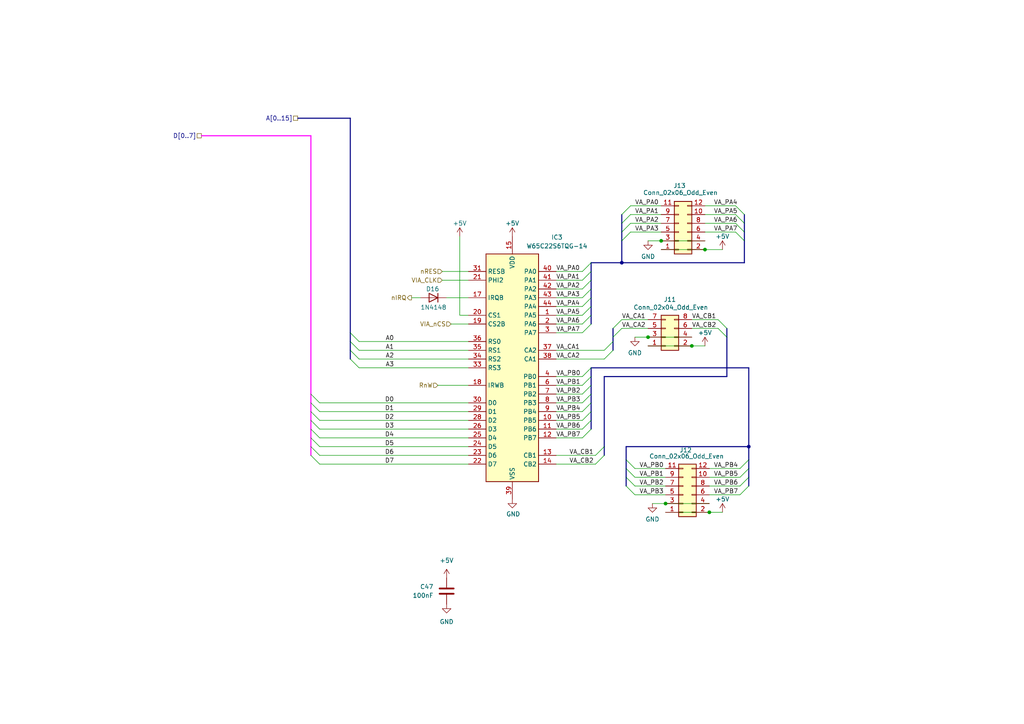
<source format=kicad_sch>
(kicad_sch (version 20250114) (generator "eeschema") (generator_version "9.0")
  (paper "A4")
  (lib_symbols
    (symbol "Connector_Generic:Conn_02x04_Odd_Even" (pin_names (offset 1.016) (hide yes))
      (property "Reference" "J" (at 1.27 5.08 0))
      (property "Value" "Conn_02x04_Odd_Even" (at 1.27 -7.62 0))
      (symbol "Conn_02x04_Odd_Even_1_1"
        (rectangle (start -1.27 3.81) (end 3.81 -6.35) (stroke (width 0.254)) (fill (type background)))
        (rectangle (start -1.27 2.667) (end 0 2.413) (stroke (width 0.1524)))
        (rectangle (start -1.27 0.127) (end 0 -0.127) (stroke (width 0.1524)))
        (rectangle (start -1.27 -2.413) (end 0 -2.667) (stroke (width 0.1524)))
        (rectangle (start -1.27 -4.953) (end 0 -5.207) (stroke (width 0.1524)))
        (rectangle (start 3.81 2.667) (end 2.54 2.413) (stroke (width 0.1524)))
        (rectangle (start 3.81 0.127) (end 2.54 -0.127) (stroke (width 0.1524)))
        (rectangle (start 3.81 -2.413) (end 2.54 -2.667) (stroke (width 0.1524)))
        (rectangle (start 3.81 -4.953) (end 2.54 -5.207) (stroke (width 0.1524)))
        (pin passive line (at -5.08 2.54 0) (length 3.81) (name "Pin_1") (number "1"))
        (pin passive line (at -5.08 0 0) (length 3.81) (name "Pin_3") (number "3"))
        (pin passive line (at -5.08 -2.54 0) (length 3.81) (name "Pin_5") (number "5"))
        (pin passive line (at -5.08 -5.08 0) (length 3.81) (name "Pin_7") (number "7"))
        (pin passive line (at 7.62 2.54 180) (length 3.81) (name "Pin_2") (number "2"))
        (pin passive line (at 7.62 0 180) (length 3.81) (name "Pin_4") (number "4"))
        (pin passive line (at 7.62 -2.54 180) (length 3.81) (name "Pin_6") (number "6"))
        (pin passive line (at 7.62 -5.08 180) (length 3.81) (name "Pin_8") (number "8"))
      )
    )
    (symbol "Connector_Generic:Conn_02x06_Odd_Even" (pin_names (offset 1.016) (hide yes))
      (property "Reference" "J" (at 1.27 7.62 0))
      (property "Value" "Conn_02x06_Odd_Even" (at 1.27 -10.16 0))
      (symbol "Conn_02x06_Odd_Even_1_1"
        (rectangle (start -1.27 6.35) (end 3.81 -8.89) (stroke (width 0.254)) (fill (type background)))
        (rectangle (start -1.27 5.207) (end 0 4.953) (stroke (width 0.1524)))
        (rectangle (start -1.27 2.667) (end 0 2.413) (stroke (width 0.1524)))
        (rectangle (start -1.27 0.127) (end 0 -0.127) (stroke (width 0.1524)))
        (rectangle (start -1.27 -2.413) (end 0 -2.667) (stroke (width 0.1524)))
        (rectangle (start -1.27 -4.953) (end 0 -5.207) (stroke (width 0.1524)))
        (rectangle (start -1.27 -7.493) (end 0 -7.747) (stroke (width 0.1524)))
        (rectangle (start 3.81 5.207) (end 2.54 4.953) (stroke (width 0.1524)))
        (rectangle (start 3.81 2.667) (end 2.54 2.413) (stroke (width 0.1524)))
        (rectangle (start 3.81 0.127) (end 2.54 -0.127) (stroke (width 0.1524)))
        (rectangle (start 3.81 -2.413) (end 2.54 -2.667) (stroke (width 0.1524)))
        (rectangle (start 3.81 -4.953) (end 2.54 -5.207) (stroke (width 0.1524)))
        (rectangle (start 3.81 -7.493) (end 2.54 -7.747) (stroke (width 0.1524)))
        (pin passive line (at -5.08 5.08 0) (length 3.81) (name "Pin_1") (number "1"))
        (pin passive line (at -5.08 2.54 0) (length 3.81) (name "Pin_3") (number "3"))
        (pin passive line (at -5.08 0 0) (length 3.81) (name "Pin_5") (number "5"))
        (pin passive line (at -5.08 -2.54 0) (length 3.81) (name "Pin_7") (number "7"))
        (pin passive line (at -5.08 -5.08 0) (length 3.81) (name "Pin_9") (number "9"))
        (pin passive line (at -5.08 -7.62 0) (length 3.81) (name "Pin_11") (number "11"))
        (pin passive line (at 7.62 5.08 180) (length 3.81) (name "Pin_2") (number "2"))
        (pin passive line (at 7.62 2.54 180) (length 3.81) (name "Pin_4") (number "4"))
        (pin passive line (at 7.62 0 180) (length 3.81) (name "Pin_6") (number "6"))
        (pin passive line (at 7.62 -2.54 180) (length 3.81) (name "Pin_8") (number "8"))
        (pin passive line (at 7.62 -5.08 180) (length 3.81) (name "Pin_10") (number "10"))
        (pin passive line (at 7.62 -7.62 180) (length 3.81) (name "Pin_12") (number "12"))
      )
    )
    (symbol "Device:C" (pin_numbers (hide yes)) (pin_names (offset 0.254))
      (property "Reference" "C" (at 0.635 2.54 0))
      (property "Value" "C" (at 0.635 -2.54 0))
      (symbol "C_0_1"
        (polyline (pts (xy -2.032 0.762) (xy 2.032 0.762)) (stroke (width 0.508)))
        (polyline (pts (xy -2.032 -0.762) (xy 2.032 -0.762)) (stroke (width 0.508)))
      )
      (symbol "C_1_1"
        (pin passive line (at 0 3.81 270) (length 2.794) (name "~") (number "1"))
        (pin passive line (at 0 -3.81 90) (length 2.794) (name "~") (number "2"))
      )
    )
    (symbol "Diode:1N4148" (pin_numbers (hide yes)) (pin_names (hide yes))
      (property "Reference" "D" (at 0 2.54 0))
      (property "Value" "1N4148" (at 0 -2.54 0))
      (symbol "1N4148_0_1"
        (polyline (pts (xy -1.27 1.27) (xy -1.27 -1.27)) (stroke (width 0.254)))
        (polyline (pts (xy 1.27 1.27) (xy 1.27 -1.27) (xy -1.27 0) (xy 1.27 1.27)) (stroke (width 0.254)))
        (polyline (pts (xy 1.27 0) (xy -1.27 0)))
      )
      (symbol "1N4148_1_1"
        (pin passive line (at -3.81 0 0) (length 2.54) (name "K") (number "1"))
        (pin passive line (at 3.81 0 180) (length 2.54) (name "A") (number "2"))
      )
    )
    (symbol "W65C22S6TQG-14:W65C22S6TQG-14"
      (property "Reference" "IC3" (at 12.954 37.846 0))
      (property "Value" "W65C22S6TQG-14" (at 12.954 35.306 0))
      (symbol "W65C22S6TQG-14_0_1"
        (rectangle (start -7.62 33.02) (end 7.62 -33.02) (stroke (width 0.254)) (fill (type background)))
      )
      (symbol "W65C22S6TQG-14_1_1"
        (pin passive line (at -12.7 27.94 0) (length 5.08) (name "RESB") (number "31"))
        (pin passive line (at -12.7 25.4 0) (length 5.08) (name "PHI2") (number "21"))
        (pin passive line (at -12.7 20.32 0) (length 5.08) (name "IRQB") (number "17"))
        (pin passive line (at -12.7 15.24 0) (length 5.08) (name "CS1") (number "20"))
        (pin passive line (at -12.7 12.7 0) (length 5.08) (name "CS2B") (number "19"))
        (pin passive line (at -12.7 7.62 0) (length 5.08) (name "RS0") (number "36"))
        (pin passive line (at -12.7 5.08 0) (length 5.08) (name "RS1") (number "35"))
        (pin passive line (at -12.7 2.54 0) (length 5.08) (name "RS2") (number "34"))
        (pin passive line (at -12.7 0 0) (length 5.08) (name "RS3") (number "33"))
        (pin passive line (at -12.7 -5.08 0) (length 5.08) (name "IRWB") (number "18"))
        (pin passive line (at -12.7 -10.16 0) (length 5.08) (name "D0") (number "30"))
        (pin passive line (at -12.7 -12.7 0) (length 5.08) (name "D1") (number "29"))
        (pin passive line (at -12.7 -15.24 0) (length 5.08) (name "D2") (number "28"))
        (pin passive line (at -12.7 -17.78 0) (length 5.08) (name "D3") (number "26"))
        (pin passive line (at -12.7 -20.32 0) (length 5.08) (name "D4") (number "25"))
        (pin passive line (at -12.7 -22.86 0) (length 5.08) (name "D5") (number "24"))
        (pin passive line (at -12.7 -25.4 0) (length 5.08) (name "D6") (number "23"))
        (pin passive line (at -12.7 -27.94 0) (length 5.08) (name "D7") (number "22"))
        (pin passive line (at -2.54 38.1 270) (length 5.08) (hide yes) (name "NC_1") (number "5"))
        (pin passive line (at -2.54 -38.1 90) (length 5.08) (hide yes) (name "NC_2") (number "16"))
        (pin passive line (at 0 38.1 270) (length 5.08) (name "VDD") (number "15"))
        (pin passive line (at 0 -38.1 90) (length 5.08) (name "VSS") (number "39"))
        (pin passive line (at 2.54 38.1 270) (length 5.08) (hide yes) (name "NC_3") (number "27"))
        (pin passive line (at 2.54 -38.1 90) (length 5.08) (hide yes) (name "NC_4") (number "32"))
        (pin passive line (at 12.7 27.94 180) (length 5.08) (name "PA0") (number "40"))
        (pin passive line (at 12.7 25.4 180) (length 5.08) (name "PA1") (number "41"))
        (pin passive line (at 12.7 22.86 180) (length 5.08) (name "PA2") (number "42"))
        (pin passive line (at 12.7 20.32 180) (length 5.08) (name "PA3") (number "43"))
        (pin passive line (at 12.7 17.78 180) (length 5.08) (name "PA4") (number "44"))
        (pin passive line (at 12.7 15.24 180) (length 5.08) (name "PA5") (number "1"))
        (pin passive line (at 12.7 12.7 180) (length 5.08) (name "PA6") (number "2"))
        (pin passive line (at 12.7 10.16 180) (length 5.08) (name "PA7") (number "3"))
        (pin passive line (at 12.7 5.08 180) (length 5.08) (name "CA2") (number "37"))
        (pin passive line (at 12.7 2.54 180) (length 5.08) (name "CA1") (number "38"))
        (pin passive line (at 12.7 -2.54 180) (length 5.08) (name "PB0") (number "4"))
        (pin passive line (at 12.7 -5.08 180) (length 5.08) (name "PB1") (number "6"))
        (pin passive line (at 12.7 -7.62 180) (length 5.08) (name "PB2") (number "7"))
        (pin passive line (at 12.7 -10.16 180) (length 5.08) (name "PB3") (number "8"))
        (pin passive line (at 12.7 -12.7 180) (length 5.08) (name "PB4") (number "9"))
        (pin passive line (at 12.7 -15.24 180) (length 5.08) (name "PB5") (number "10"))
        (pin passive line (at 12.7 -17.78 180) (length 5.08) (name "PB6") (number "11"))
        (pin passive line (at 12.7 -20.32 180) (length 5.08) (name "PB7") (number "12"))
        (pin passive line (at 12.7 -25.4 180) (length 5.08) (name "CB1") (number "13"))
        (pin passive line (at 12.7 -27.94 180) (length 5.08) (name "CB2") (number "14"))
      )
    )
    (symbol "power:+5V" (power) (pin_names (offset 0))
      (property "Value" "+5V" (at 0 3.556 0))
      (symbol "+5V_0_1"
        (polyline (pts (xy -0.762 1.27) (xy 0 2.54)))
        (polyline (pts (xy 0 2.54) (xy 0.762 1.27)))
        (polyline (pts (xy 0 0) (xy 0 2.54)))
      )
      (symbol "+5V_1_1"
        (pin power_in line (at 0 0 90) (length 0) (hide yes) (name "+5V") (number "1"))
      )
    )
    (symbol "power:GND" (power) (pin_names (offset 0))
      (property "Value" "GND" (at 0 -3.81 0))
      (symbol "GND_0_1"
        (polyline (pts (xy 0 0) (xy 0 -1.27) (xy 1.27 -1.27) (xy 0 -2.54) (xy -1.27 -1.27) (xy 0 -1.27)))
      )
      (symbol "GND_1_1"
        (pin power_in line (at 0 0 270) (length 0) (hide yes) (name "GND") (number "1"))
      )
    )
  )
  (junction (at 205.74 148.59))
  (junction (at 193.04 146.05))
  (junction (at 200.66 100.33))
  (junction (at 187.96 97.79))
  (junction (at 191.77 69.85))
  (junction (at 180.34 76.2))
  (junction (at 217.17 129.54))
  (junction (at 204.47 72.39))
  (bus_entry (at 214.63 138.43) (size 2.54 -2.54))
  (bus_entry (at 171.45 109.22) (size -2.54 2.54))
  (bus_entry (at 168.91 78.74) (size 2.54 -2.54))
  (bus_entry (at 184.15 138.43) (size -2.54 -2.54))
  (bus_entry (at 217.17 140.97) (size -2.54 2.54))
  (bus_entry (at 177.8 95.25) (size 2.54 -2.54))
  (bus_entry (at 92.71 116.84) (size -2.54 -2.54))
  (bus_entry (at 104.14 101.6) (size -2.54 -2.54))
  (bus_entry (at 171.45 106.68) (size -2.54 2.54))
  (bus_entry (at 168.91 96.52) (size 2.54 -2.54))
  (bus_entry (at 184.15 143.51) (size -2.54 -2.54))
  (bus_entry (at 180.34 64.77) (size 2.54 -2.54))
  (bus_entry (at 171.45 121.92) (size -2.54 2.54))
  (bus_entry (at 168.91 86.36) (size 2.54 -2.54))
  (bus_entry (at 180.34 69.85) (size 2.54 -2.54))
  (bus_entry (at 168.91 91.44) (size 2.54 -2.54))
  (bus_entry (at 210.82 95.25) (size -2.54 -2.54))
  (bus_entry (at 215.9 64.77) (size -2.54 -2.54))
  (bus_entry (at 210.82 97.79) (size -2.54 -2.54))
  (bus_entry (at 171.45 119.38) (size -2.54 2.54))
  (bus_entry (at 171.45 111.76) (size -2.54 2.54))
  (bus_entry (at 175.26 132.08) (size -2.54 2.54))
  (bus_entry (at 92.71 124.46) (size -2.54 -2.54))
  (bus_entry (at 104.14 99.06) (size -2.54 -2.54))
  (bus_entry (at 92.71 132.08) (size -2.54 -2.54))
  (bus_entry (at 171.45 114.3) (size -2.54 2.54))
  (bus_entry (at 177.8 99.06) (size -2.54 2.54))
  (bus_entry (at 168.91 88.9) (size 2.54 -2.54))
  (bus_entry (at 214.63 135.89) (size 2.54 -2.54))
  (bus_entry (at 180.34 67.31) (size 2.54 -2.54))
  (bus_entry (at 168.91 81.28) (size 2.54 -2.54))
  (bus_entry (at 177.8 101.6) (size -2.54 2.54))
  (bus_entry (at 180.34 62.23) (size 2.54 -2.54))
  (bus_entry (at 213.36 67.31) (size 2.54 2.54))
  (bus_entry (at 171.45 116.84) (size -2.54 2.54))
  (bus_entry (at 175.26 129.54) (size -2.54 2.54))
  (bus_entry (at 168.91 83.82) (size 2.54 -2.54))
  (bus_entry (at 104.14 104.14) (size -2.54 -2.54))
  (bus_entry (at 92.71 121.92) (size -2.54 -2.54))
  (bus_entry (at 177.8 97.79) (size 2.54 -2.54))
  (bus_entry (at 184.15 140.97) (size -2.54 -2.54))
  (bus_entry (at 215.9 67.31) (size -2.54 -2.54))
  (bus_entry (at 184.15 135.89) (size -2.54 -2.54))
  (bus_entry (at 92.71 127) (size -2.54 -2.54))
  (bus_entry (at 214.63 140.97) (size 2.54 -2.54))
  (bus_entry (at 104.14 106.68) (size -2.54 -2.54))
  (bus_entry (at 171.45 124.46) (size -2.54 2.54))
  (bus_entry (at 92.71 134.62) (size -2.54 -2.54))
  (bus_entry (at 92.71 129.54) (size -2.54 -2.54))
  (bus_entry (at 92.71 119.38) (size -2.54 -2.54))
  (bus_entry (at 168.91 93.98) (size 2.54 -2.54))
  (bus_entry (at 215.9 62.23) (size -2.54 -2.54))
  (wire (pts (xy 127 111.76) (xy 135.89 111.76)))
  (wire (pts (xy 161.29 83.82) (xy 168.91 83.82)))
  (bus (pts (xy 101.6 104.14) (xy 101.6 101.6)))
  (wire (pts (xy 191.77 69.85) (xy 204.47 69.85)))
  (wire (pts (xy 104.14 99.06) (xy 135.89 99.06)))
  (wire (pts (xy 133.35 91.44) (xy 133.35 68.58)))
  (wire (pts (xy 161.29 96.52) (xy 168.91 96.52)))
  (bus (pts (xy 171.45 109.22) (xy 171.45 106.68)))
  (bus (pts (xy 101.6 96.52) (xy 101.6 34.29)))
  (bus (pts (xy 86.36 34.29) (xy 101.6 34.29)))
  (wire (pts (xy 200.66 92.71) (xy 208.28 92.71)))
  (wire (pts (xy 205.74 138.43) (xy 214.63 138.43)))
  (bus (pts (xy 181.61 129.54) (xy 181.61 133.35)))
  (bus (pts (xy 180.34 62.23) (xy 180.34 64.77)))
  (wire (pts (xy 182.88 64.77) (xy 191.77 64.77)))
  (bus (pts (xy 171.45 78.74) (xy 171.45 76.2)))
  (bus (pts (xy 90.17 127) (xy 90.17 129.54)) (stroke (width 0) (color 255 0 255 1)))
  (wire (pts (xy 184.15 97.79) (xy 187.96 97.79)))
  (wire (pts (xy 204.47 72.39) (xy 209.55 72.39)))
  (wire (pts (xy 92.71 116.84) (xy 135.89 116.84)))
  (bus (pts (xy 210.82 97.79) (xy 210.82 109.22)))
  (wire (pts (xy 205.74 143.51) (xy 214.63 143.51)))
  (wire (pts (xy 104.14 106.68) (xy 135.89 106.68)))
  (bus (pts (xy 215.9 69.85) (xy 215.9 76.2)))
  (wire (pts (xy 204.47 59.69) (xy 213.36 59.69)))
  (wire (pts (xy 92.71 124.46) (xy 135.89 124.46)))
  (bus (pts (xy 180.34 67.31) (xy 180.34 69.85)))
  (wire (pts (xy 161.29 121.92) (xy 168.91 121.92)))
  (bus (pts (xy 171.45 106.68) (xy 217.17 106.68)))
  (bus (pts (xy 171.45 111.76) (xy 171.45 109.22)))
  (bus (pts (xy 90.17 114.3) (xy 90.17 116.84)) (stroke (width 0) (color 255 0 255 1)))
  (wire (pts (xy 189.23 146.05) (xy 193.04 146.05)))
  (wire (pts (xy 180.34 92.71) (xy 187.96 92.71)))
  (wire (pts (xy 182.88 67.31) (xy 191.77 67.31)))
  (bus (pts (xy 177.8 97.79) (xy 177.8 99.06)))
  (wire (pts (xy 161.29 127) (xy 168.91 127)))
  (wire (pts (xy 161.29 93.98) (xy 168.91 93.98)))
  (bus (pts (xy 217.17 106.68) (xy 217.17 129.54)))
  (bus (pts (xy 217.17 138.43) (xy 217.17 140.97)))
  (bus (pts (xy 175.26 109.22) (xy 210.82 109.22)))
  (wire (pts (xy 184.15 143.51) (xy 193.04 143.51)))
  (bus (pts (xy 90.17 114.3) (xy 90.17 39.37)) (stroke (width 0) (color 255 0 255 1)))
  (wire (pts (xy 161.29 104.14) (xy 175.26 104.14)))
  (bus (pts (xy 217.17 133.35) (xy 217.17 135.89)))
  (bus (pts (xy 181.61 129.54) (xy 217.17 129.54)))
  (wire (pts (xy 193.04 148.59) (xy 205.74 148.59)))
  (wire (pts (xy 187.96 69.85) (xy 191.77 69.85)))
  (wire (pts (xy 161.29 101.6) (xy 175.26 101.6)))
  (bus (pts (xy 215.9 62.23) (xy 215.9 64.77)))
  (bus (pts (xy 180.34 69.85) (xy 180.34 76.2)))
  (wire (pts (xy 204.47 64.77) (xy 213.36 64.77)))
  (wire (pts (xy 133.35 91.44) (xy 135.89 91.44)))
  (wire (pts (xy 191.77 72.39) (xy 204.47 72.39)))
  (bus (pts (xy 90.17 121.92) (xy 90.17 124.46)) (stroke (width 0) (color 255 0 255 1)))
  (wire (pts (xy 161.29 111.76) (xy 168.91 111.76)))
  (wire (pts (xy 200.66 95.25) (xy 208.28 95.25)))
  (bus (pts (xy 180.34 64.77) (xy 180.34 67.31)))
  (wire (pts (xy 92.71 119.38) (xy 135.89 119.38)))
  (wire (pts (xy 184.15 135.89) (xy 193.04 135.89)))
  (wire (pts (xy 180.34 95.25) (xy 187.96 95.25)))
  (bus (pts (xy 181.61 133.35) (xy 181.61 135.89)))
  (bus (pts (xy 171.45 114.3) (xy 171.45 111.76)))
  (wire (pts (xy 161.29 91.44) (xy 168.91 91.44)))
  (bus (pts (xy 90.17 119.38) (xy 90.17 121.92)) (stroke (width 0) (color 255 0 255 1)))
  (wire (pts (xy 92.71 129.54) (xy 135.89 129.54)))
  (wire (pts (xy 161.29 116.84) (xy 168.91 116.84)))
  (wire (pts (xy 182.88 59.69) (xy 191.77 59.69)))
  (wire (pts (xy 161.29 81.28) (xy 168.91 81.28)))
  (wire (pts (xy 161.29 78.74) (xy 168.91 78.74)))
  (wire (pts (xy 104.14 101.6) (xy 135.89 101.6)))
  (bus (pts (xy 171.45 88.9) (xy 171.45 86.36)))
  (bus (pts (xy 171.45 76.2) (xy 180.34 76.2)))
  (bus (pts (xy 171.45 81.28) (xy 171.45 78.74)))
  (bus (pts (xy 171.45 121.92) (xy 171.45 119.38)))
  (wire (pts (xy 161.29 109.22) (xy 168.91 109.22)))
  (wire (pts (xy 184.15 140.97) (xy 193.04 140.97)))
  (bus (pts (xy 171.45 91.44) (xy 171.45 88.9)))
  (wire (pts (xy 104.14 104.14) (xy 135.89 104.14)))
  (wire (pts (xy 129.54 86.36) (xy 135.89 86.36)))
  (wire (pts (xy 205.74 140.97) (xy 214.63 140.97)))
  (wire (pts (xy 128.27 78.74) (xy 135.89 78.74)))
  (bus (pts (xy 171.45 119.38) (xy 171.45 116.84)))
  (bus (pts (xy 210.82 95.25) (xy 210.82 97.79)))
  (bus (pts (xy 180.34 76.2) (xy 215.9 76.2)))
  (bus (pts (xy 181.61 138.43) (xy 181.61 140.97)))
  (bus (pts (xy 171.45 116.84) (xy 171.45 114.3)))
  (wire (pts (xy 92.71 132.08) (xy 135.89 132.08)))
  (wire (pts (xy 182.88 62.23) (xy 191.77 62.23)))
  (bus (pts (xy 171.45 93.98) (xy 171.45 91.44)))
  (bus (pts (xy 58.42 39.37) (xy 90.17 39.37)) (stroke (width 0) (color 255 0 255 1)))
  (bus (pts (xy 175.26 129.54) (xy 175.26 109.22)))
  (bus (pts (xy 90.17 116.84) (xy 90.17 119.38)) (stroke (width 0) (color 255 0 255 1)))
  (bus (pts (xy 90.17 124.46) (xy 90.17 127)) (stroke (width 0) (color 255 0 255 1)))
  (bus (pts (xy 171.45 83.82) (xy 171.45 81.28)))
  (wire (pts (xy 161.29 134.62) (xy 172.72 134.62)))
  (bus (pts (xy 101.6 99.06) (xy 101.6 96.52)))
  (bus (pts (xy 177.8 99.06) (xy 177.8 101.6)))
  (wire (pts (xy 161.29 132.08) (xy 172.72 132.08)))
  (wire (pts (xy 161.29 124.46) (xy 168.91 124.46)))
  (bus (pts (xy 101.6 101.6) (xy 101.6 99.06)))
  (wire (pts (xy 184.15 138.43) (xy 193.04 138.43)))
  (wire (pts (xy 119.38 86.36) (xy 121.92 86.36)))
  (bus (pts (xy 217.17 135.89) (xy 217.17 138.43)))
  (bus (pts (xy 177.8 95.25) (xy 177.8 97.79)))
  (wire (pts (xy 92.71 121.92) (xy 135.89 121.92)))
  (bus (pts (xy 181.61 135.89) (xy 181.61 138.43)))
  (wire (pts (xy 193.04 146.05) (xy 205.74 146.05)))
  (bus (pts (xy 215.9 64.77) (xy 215.9 67.31)))
  (bus (pts (xy 171.45 124.46) (xy 171.45 121.92)))
  (wire (pts (xy 161.29 114.3) (xy 168.91 114.3)))
  (bus (pts (xy 217.17 129.54) (xy 217.17 133.35)))
  (wire (pts (xy 187.96 100.33) (xy 200.66 100.33)))
  (wire (pts (xy 161.29 86.36) (xy 168.91 86.36)))
  (wire (pts (xy 205.74 148.59) (xy 209.55 148.59)))
  (wire (pts (xy 200.66 100.33) (xy 204.47 100.33)))
  (wire (pts (xy 204.47 62.23) (xy 213.36 62.23)))
  (wire (pts (xy 130.81 93.98) (xy 135.89 93.98)))
  (wire (pts (xy 161.29 88.9) (xy 168.91 88.9)))
  (bus (pts (xy 215.9 67.31) (xy 215.9 69.85)))
  (wire (pts (xy 204.47 67.31) (xy 213.36 67.31)))
  (wire (pts (xy 92.71 134.62) (xy 135.89 134.62)))
  (wire (pts (xy 128.27 81.28) (xy 135.89 81.28)))
  (wire (pts (xy 92.71 127) (xy 135.89 127)))
  (bus (pts (xy 175.26 132.08) (xy 175.26 129.54)))
  (bus (pts (xy 90.17 129.54) (xy 90.17 132.08)) (stroke (width 0) (color 255 0 255 1)))
  (wire (pts (xy 187.96 97.79) (xy 200.66 97.79)))
  (bus (pts (xy 171.45 86.36) (xy 171.45 83.82)))
  (wire (pts (xy 205.74 135.89) (xy 214.63 135.89)))
  (wire (pts (xy 161.29 119.38) (xy 168.91 119.38)))
  (label "VA_PB7" (at 207.01 143.51 0))
  (label "VA_PB6" (at 207.01 140.97 0))
  (label "VA_PB5" (at 161.29 121.92 0))
  (label "VA_PA1" (at 184.15 62.23 0))
  (label "VA_PA0" (at 161.29 78.74 0))
  (label "VA_PB2" (at 185.42 140.97 0))
  (label "VA_PA5" (at 207.01 62.23 0))
  (label "VA_PB4" (at 207.01 135.89 0))
  (label "VA_PB3" (at 161.29 116.84 0))
  (label "VA_PB1" (at 161.29 111.76 0))
  (label "VA_CB1" (at 200.66 92.71 0))
  (label "VA_CB2" (at 165.1 134.62 0))
  (label "VA_PA1" (at 161.29 81.28 0))
  (label "VA_PA6" (at 161.29 93.98 0))
  (label "VA_PA0" (at 184.15 59.69 0))
  (label "VA_CA1" (at 161.29 101.6 0))
  (label "VA_PB0" (at 185.42 135.89 0))
  (label "VA_PA7" (at 207.01 67.31 0))
  (label "D2" (at 114.3 121.92 180))
  (label "D3" (at 114.3 124.46 180))
  (label "A3" (at 114.3 106.68 180))
  (label "VA_PB3" (at 185.42 143.51 0))
  (label "A0" (at 114.3 99.06 180))
  (label "D7" (at 114.3 134.62 180))
  (label "VA_PA7" (at 161.29 96.52 0))
  (label "VA_PA2" (at 161.29 83.82 0))
  (label "VA_CB1" (at 165.1 132.08 0))
  (label "VA_CA1" (at 180.34 92.71 0))
  (label "VA_PA3" (at 184.15 67.31 0))
  (label "D6" (at 114.3 132.08 180))
  (label "VA_PA4" (at 161.29 88.9 0))
  (label "VA_PA2" (at 184.15 64.77 0))
  (label "VA_PA6" (at 207.01 64.77 0))
  (label "VA_PB0" (at 161.29 109.22 0))
  (label "VA_PB1" (at 185.42 138.43 0))
  (label "VA_CB2" (at 200.66 95.25 0))
  (label "VA_PA4" (at 207.01 59.69 0))
  (label "D0" (at 114.3 116.84 180))
  (label "VA_PA5" (at 161.29 91.44 0))
  (label "D1" (at 114.3 119.38 180))
  (label "VA_PB7" (at 161.29 127 0))
  (label "VA_PB2" (at 161.29 114.3 0))
  (label "VA_CA2" (at 180.34 95.25 0))
  (label "VA_PB6" (at 161.29 124.46 0))
  (label "VA_PA3" (at 161.29 86.36 0))
  (label "VA_CA2" (at 161.29 104.14 0))
  (label "A1" (at 114.3 101.6 180))
  (label "VA_PB4" (at 161.29 119.38 0))
  (label "D4" (at 114.3 127 180))
  (label "VA_PB5" (at 207.01 138.43 0))
  (label "D5" (at 114.3 129.54 180))
  (label "A2" (at 114.3 104.14 180))
  (hierarchical_label "A[0..15]" (shape passive) (at 86.36 34.29 180))
  (hierarchical_label "VIA_nCS" (shape input) (at 130.81 93.98 180))
  (hierarchical_label "nIRQ" (shape output) (at 119.38 86.36 180))
  (hierarchical_label "nRES" (shape input) (at 128.27 78.74 180))
  (hierarchical_label "D[0..7]" (shape passive) (at 58.42 39.37 180))
  (hierarchical_label "RnW" (shape input) (at 127 111.76 180))
  (hierarchical_label "VIA_CLK" (shape input) (at 128.27 81.28 180))
  (symbol (lib_id "Connector_Generic:Conn_02x06_Odd_Even") (at 198.12 143.51 0) (mirror x) (unit 1)
    (property "Reference" "J12" (at 198.882 130.556 0))
    (property "Value" "Conn_02x06_Odd_Even" (at 199.136 132.334 0))
    (property "Footprint" "Connector_PinSocket_2.54mm:PinSocket_2x06_P2.54mm_Horizontal" (effects (hide yes)))
    (property "Description" "Generic connector, double row, 02x06, odd/even pin numbering scheme (row 1 odd numbers, row 2 even numbers), script generated (kicad-library-utils/schlib/autogen/connector/)" (effects (hide yes)))
    (property "LCSC" "DNF" (effects (hide yes)))
  )
  (symbol (lib_id "power:GND") (at 129.54 175.26 0) (mirror y) (unit 1)
    (property "Reference" "#PWR0187" (effects (hide yes)))
    (property "Value" "GND" (at 129.54 180.34 0))
  )
  (symbol (lib_id "power:+5V") (at 133.35 68.58 0) (mirror y) (unit 1)
    (property "Reference" "#PWR0188" (effects (hide yes)))
    (property "Value" "+5V" (at 133.35 64.77 0))
  )
  (symbol (lib_id "power:+5V") (at 204.47 100.33 0) (mirror y) (unit 1)
    (property "Reference" "#PWR0194" (effects (hide yes)))
    (property "Value" "+5V" (at 204.47 96.52 0))
  )
  (symbol (lib_id "Connector_Generic:Conn_02x04_Odd_Even") (at 193.04 97.79 0) (mirror x) (unit 1)
    (property "Reference" "J11" (at 194.31 86.868 0))
    (property "Value" "Conn_02x04_Odd_Even" (at 194.564 89.154 0))
    (property "Footprint" "Connector_PinSocket_2.54mm:PinSocket_2x04_P2.54mm_Horizontal" (effects (hide yes)))
    (property "Description" "Generic connector, double row, 02x04, odd/even pin numbering scheme (row 1 odd numbers, row 2 even numbers), script generated (kicad-library-utils/schlib/autogen/connector/)" (effects (hide yes)))
    (property "LCSC" "DNF" (effects (hide yes)))
  )
  (symbol (lib_id "power:GND") (at 187.96 69.85 0) (mirror y) (unit 1)
    (property "Reference" "#PWR0192" (effects (hide yes)))
    (property "Value" "GND" (at 187.96 74.4125 0))
  )
  (symbol (lib_id "power:GND") (at 189.23 146.05 0) (mirror y) (unit 1)
    (property "Reference" "#PWR0193" (effects (hide yes)))
    (property "Value" "GND" (at 189.23 150.6125 0))
  )
  (symbol (lib_id "W65C22S6TQG-14:W65C22S6TQG-14") (at 148.59 106.68 0) (unit 1)
    (property "Reference" "IC3" (at 161.544 68.834 0))
    (property "Value" "W65C22S6TQG-14" (at 161.544 71.374 0))
    (property "Footprint" "W65C22S6TQG-14:QFP80P1320X1320X270-44N" (effects (hide yes)))
    (property "Description" "I/O Controller Interface IC" (effects (hide yes)))
    (property "Height" "2.7" (effects (hide yes)))
    (property "Mouser Part Number" "955-W65C22S6TQG-14" (effects (hide yes)))
    (property "Mouser Price/Stock" "https://www.mouser.co.uk/ProductDetail/Western-Design-Center-WDC/W65C22S6TQG-14?qs=9lcNTSmDlCo21Y0m5rRDww%3D%3D" (effects (hide yes)))
    (property "Manufacturer_Name" "Western Design Center (WDC)" (effects (hide yes)))
    (property "Manufacturer_Part_Number" "W65C22S6TQG-14" (effects (hide yes)))
    (property "LCSC" "DNF" (effects (hide yes)))
  )
  (symbol (lib_id "power:+5V") (at 148.59 68.58 0) (mirror y) (unit 1)
    (property "Reference" "#PWR0189" (effects (hide yes)))
    (property "Value" "+5V" (at 148.59 64.77 0))
  )
  (symbol (lib_id "power:+5V") (at 209.55 148.59 0) (mirror y) (unit 1)
    (property "Reference" "#PWR0196" (effects (hide yes)))
    (property "Value" "+5V" (at 209.55 144.78 0))
  )
  (symbol (lib_id "Diode:1N4148") (at 125.73 86.36 0) (mirror y) (unit 1)
    (property "Reference" "D16" (at 125.476 83.82 0))
    (property "Value" "1N4148" (at 125.73 89.154 0))
    (property "Footprint" "Diode_THT:D_DO-35_SOD27_P7.62mm_Horizontal" (effects (hide yes)))
    (property "Datasheet" "https://assets.nexperia.com/documents/data-sheet/1N4148_1N4448.pdf" (effects (hide yes)))
    (property "Description" "100V 0.15A standard switching diode, DO-35" (effects (hide yes)))
    (property "Sim.Device" "D" (effects (hide yes)))
    (property "Sim.Pins" "1=K 2=A" (effects (hide yes)))
    (property "LCSC" "DNF" (effects (hide yes)))
  )
  (symbol (lib_id "power:+5V") (at 209.55 72.39 0) (mirror y) (unit 1)
    (property "Reference" "#PWR0195" (effects (hide yes)))
    (property "Value" "+5V" (at 209.55 68.58 0))
  )
  (symbol (lib_id "Connector_Generic:Conn_02x06_Odd_Even") (at 196.85 67.31 0) (mirror x) (unit 1)
    (property "Reference" "J13" (at 197.104 53.848 0))
    (property "Value" "Conn_02x06_Odd_Even" (at 197.358 55.88 0))
    (property "Footprint" "Connector_PinSocket_2.54mm:PinSocket_2x06_P2.54mm_Horizontal" (effects (hide yes)))
    (property "Description" "Generic connector, double row, 02x06, odd/even pin numbering scheme (row 1 odd numbers, row 2 even numbers), script generated (kicad-library-utils/schlib/autogen/connector/)" (effects (hide yes)))
    (property "LCSC" "DNF" (effects (hide yes)))
  )
  (symbol (lib_id "power:+5V") (at 129.54 167.64 0) (mirror y) (unit 1)
    (property "Reference" "#PWR0186" (effects (hide yes)))
    (property "Value" "+5V" (at 129.54 162.56 0))
  )
  (symbol (lib_id "Device:C") (at 129.54 171.45 0) (mirror y) (unit 1)
    (property "Reference" "C47" (at 125.73 170.1799 0) (effects (justify left)))
    (property "Value" "100nF" (at 125.73 172.7199 0) (effects (justify left)))
    (property "Footprint" "Capacitor_SMD:C_0603_1608Metric" (effects (hide yes)))
    (property "Description" "Unpolarized capacitor" (effects (hide yes)))
    (property "LCSC" "C113803" (effects (hide yes)))
  )
  (symbol (lib_id "power:GND") (at 184.15 97.79 0) (mirror y) (unit 1)
    (property "Reference" "#PWR0191" (effects (hide yes)))
    (property "Value" "GND" (at 184.15 102.3525 0))
  )
  (symbol (lib_id "power:GND") (at 148.59 144.78 0) (mirror y) (unit 1)
    (property "Reference" "#PWR0190" (effects (hide yes)))
    (property "Value" "GND" (at 148.844 149.098 0))
  )
)
</source>
